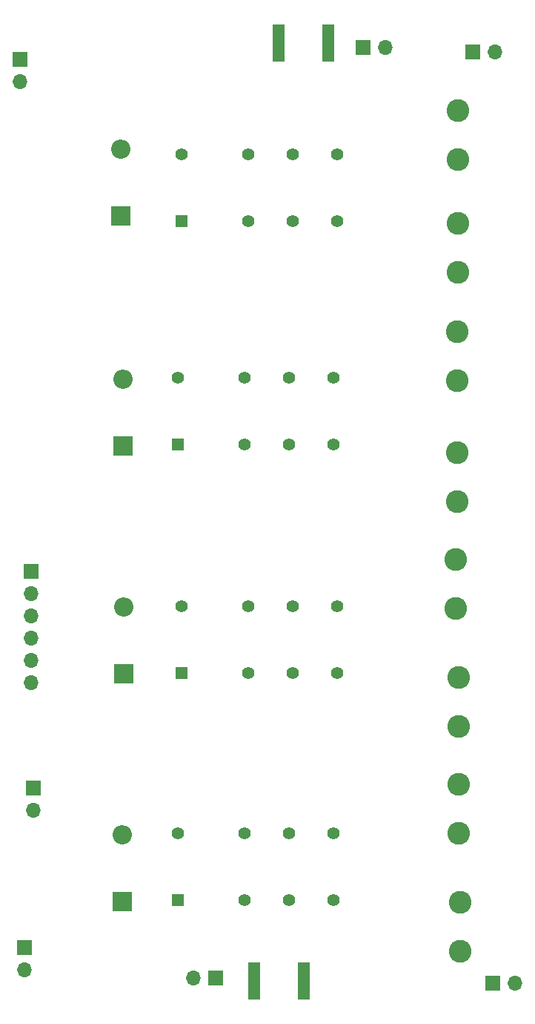
<source format=gbr>
%TF.GenerationSoftware,KiCad,Pcbnew,(6.0.2)*%
%TF.CreationDate,2022-11-21T15:37:21-08:00*%
%TF.ProjectId,preselector,70726573-656c-4656-9374-6f722e6b6963,rev?*%
%TF.SameCoordinates,PX5028050PY8f935f0*%
%TF.FileFunction,Soldermask,Bot*%
%TF.FilePolarity,Negative*%
%FSLAX46Y46*%
G04 Gerber Fmt 4.6, Leading zero omitted, Abs format (unit mm)*
G04 Created by KiCad (PCBNEW (6.0.2)) date 2022-11-21 15:37:21*
%MOMM*%
%LPD*%
G01*
G04 APERTURE LIST*
%ADD10R,1.700000X1.700000*%
%ADD11O,1.700000X1.700000*%
%ADD12C,2.600000*%
%ADD13R,1.350000X4.200000*%
%ADD14R,2.200000X2.200000*%
%ADD15O,2.200000X2.200000*%
%ADD16R,1.400000X1.400000*%
%ADD17C,1.400000*%
G04 APERTURE END LIST*
D10*
%TO.C,J3*%
X3600000Y6425000D03*
D11*
X3600000Y3885000D03*
%TD*%
D10*
%TO.C,J9*%
X25500000Y3000000D03*
D11*
X22960000Y3000000D03*
%TD*%
D12*
%TO.C,L6*%
X53250000Y37250000D03*
X53250000Y31650000D03*
%TD*%
D10*
%TO.C,J2*%
X57125000Y2350000D03*
D11*
X59665000Y2350000D03*
%TD*%
D12*
%TO.C,L7*%
X53250000Y19500000D03*
X53250000Y25100000D03*
%TD*%
D10*
%TO.C,J6*%
X4650000Y24675000D03*
D11*
X4650000Y22135000D03*
%TD*%
D12*
%TO.C,L3*%
X53150000Y96350000D03*
X53150000Y101950000D03*
%TD*%
%TO.C,L2*%
X53100000Y62900000D03*
X53100000Y57300000D03*
%TD*%
D10*
%TO.C,J5*%
X3150000Y107775000D03*
D11*
X3150000Y105235000D03*
%TD*%
D12*
%TO.C,L5*%
X53450000Y11600000D03*
X53450000Y6000000D03*
%TD*%
D13*
%TO.C,J7*%
X35525000Y2600000D03*
X29875000Y2600000D03*
%TD*%
D10*
%TO.C,J10*%
X42310000Y109100000D03*
D11*
X44850000Y109100000D03*
%TD*%
D14*
%TO.C,D4*%
X14800000Y11690000D03*
D15*
X14800000Y19310000D03*
%TD*%
D16*
%TO.C,K3*%
X21592500Y37787500D03*
D17*
X29212500Y37787500D03*
X34292500Y37787500D03*
X39372500Y37787500D03*
X39372500Y45407500D03*
X34292500Y45407500D03*
X29212500Y45407500D03*
X21592500Y45407500D03*
%TD*%
D12*
%TO.C,L1*%
X53150000Y89050000D03*
X53150000Y83450000D03*
%TD*%
D14*
%TO.C,D1*%
X14650000Y89950000D03*
D15*
X14650000Y97570000D03*
%TD*%
D13*
%TO.C,J8*%
X38325000Y109687500D03*
X32675000Y109687500D03*
%TD*%
D10*
%TO.C,J1*%
X4400000Y49330000D03*
D11*
X4400000Y46790000D03*
X4400000Y44250000D03*
X4400000Y41710000D03*
X4400000Y39170000D03*
X4400000Y36630000D03*
%TD*%
D14*
%TO.C,D3*%
X15000000Y37640000D03*
D15*
X15000000Y45260000D03*
%TD*%
D12*
%TO.C,L8*%
X52900000Y45150000D03*
X52900000Y50750000D03*
%TD*%
D16*
%TO.C,K4*%
X21142500Y11887500D03*
D17*
X28762500Y11887500D03*
X33842500Y11887500D03*
X38922500Y11887500D03*
X38922500Y19507500D03*
X33842500Y19507500D03*
X28762500Y19507500D03*
X21142500Y19507500D03*
%TD*%
D16*
%TO.C,K1*%
X21592500Y89287500D03*
D17*
X29212500Y89287500D03*
X34292500Y89287500D03*
X39372500Y89287500D03*
X39372500Y96907500D03*
X34292500Y96907500D03*
X29212500Y96907500D03*
X21592500Y96907500D03*
%TD*%
D12*
%TO.C,L4*%
X53100000Y71150000D03*
X53100000Y76750000D03*
%TD*%
D10*
%TO.C,J4*%
X54900000Y108650000D03*
D11*
X57440000Y108650000D03*
%TD*%
D16*
%TO.C,K2*%
X21142500Y63837500D03*
D17*
X28762500Y63837500D03*
X33842500Y63837500D03*
X38922500Y63837500D03*
X38922500Y71457500D03*
X33842500Y71457500D03*
X28762500Y71457500D03*
X21142500Y71457500D03*
%TD*%
D14*
%TO.C,D2*%
X14900000Y63690000D03*
D15*
X14900000Y71310000D03*
%TD*%
M02*

</source>
